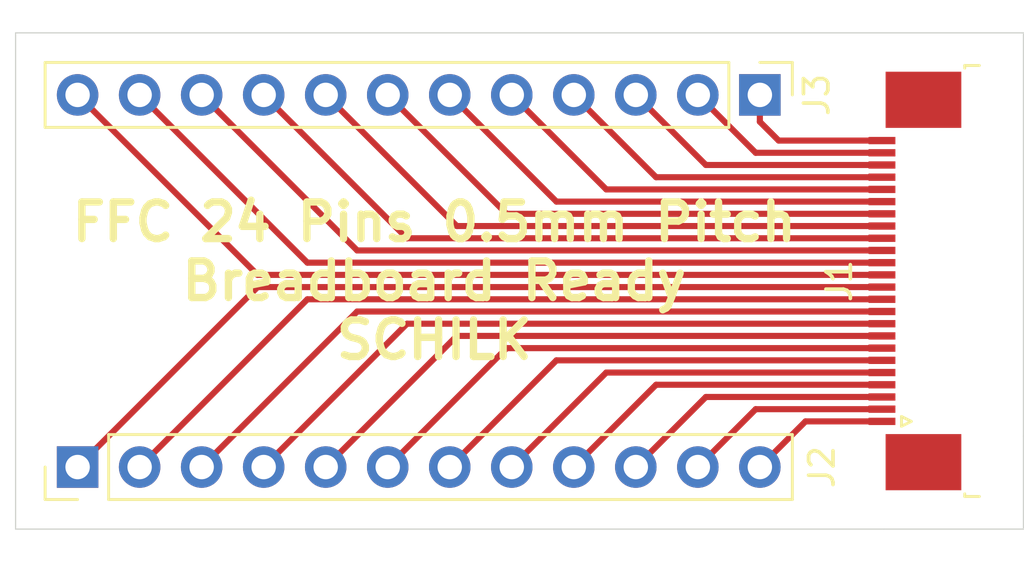
<source format=kicad_pcb>
(kicad_pcb (version 20171130) (host pcbnew "(5.1.5)-3")

  (general
    (thickness 1.6)
    (drawings 8)
    (tracks 49)
    (zones 0)
    (modules 3)
    (nets 25)
  )

  (page A4)
  (title_block
    (date 2020-06-05)
    (company "Philipp Schilk")
    (comment 4 https://github.com/TheSchilk/FFC_24Pin_P0.5mm_Breakout)
  )

  (layers
    (0 F.Cu signal)
    (31 B.Cu signal)
    (32 B.Adhes user)
    (33 F.Adhes user)
    (34 B.Paste user)
    (35 F.Paste user)
    (36 B.SilkS user)
    (37 F.SilkS user)
    (38 B.Mask user)
    (39 F.Mask user)
    (40 Dwgs.User user)
    (41 Cmts.User user)
    (42 Eco1.User user)
    (43 Eco2.User user)
    (44 Edge.Cuts user)
    (45 Margin user)
    (46 B.CrtYd user)
    (47 F.CrtYd user)
    (48 B.Fab user)
    (49 F.Fab user)
  )

  (setup
    (last_trace_width 0.25)
    (trace_clearance 0.2)
    (zone_clearance 0.508)
    (zone_45_only no)
    (trace_min 0.2)
    (via_size 0.8)
    (via_drill 0.4)
    (via_min_size 0.4)
    (via_min_drill 0.3)
    (uvia_size 0.3)
    (uvia_drill 0.1)
    (uvias_allowed no)
    (uvia_min_size 0.2)
    (uvia_min_drill 0.1)
    (edge_width 0.05)
    (segment_width 0.2)
    (pcb_text_width 0.3)
    (pcb_text_size 1.5 1.5)
    (mod_edge_width 0.12)
    (mod_text_size 1 1)
    (mod_text_width 0.15)
    (pad_size 1.524 1.524)
    (pad_drill 0.762)
    (pad_to_mask_clearance 0.051)
    (solder_mask_min_width 0.25)
    (aux_axis_origin 0 0)
    (visible_elements 7FFFFFFF)
    (pcbplotparams
      (layerselection 0x010e8_ffffffff)
      (usegerberextensions false)
      (usegerberattributes false)
      (usegerberadvancedattributes false)
      (creategerberjobfile false)
      (excludeedgelayer true)
      (linewidth 0.100000)
      (plotframeref false)
      (viasonmask false)
      (mode 1)
      (useauxorigin false)
      (hpglpennumber 1)
      (hpglpenspeed 20)
      (hpglpendiameter 15.000000)
      (psnegative false)
      (psa4output false)
      (plotreference true)
      (plotvalue true)
      (plotinvisibletext false)
      (padsonsilk false)
      (subtractmaskfromsilk false)
      (outputformat 1)
      (mirror false)
      (drillshape 0)
      (scaleselection 1)
      (outputdirectory "Gerber/"))
  )

  (net 0 "")
  (net 1 "Net-(J1-Pad24)")
  (net 2 "Net-(J1-Pad23)")
  (net 3 "Net-(J1-Pad22)")
  (net 4 "Net-(J1-Pad21)")
  (net 5 "Net-(J1-Pad20)")
  (net 6 "Net-(J1-Pad19)")
  (net 7 "Net-(J1-Pad18)")
  (net 8 "Net-(J1-Pad17)")
  (net 9 "Net-(J1-Pad16)")
  (net 10 "Net-(J1-Pad15)")
  (net 11 "Net-(J1-Pad14)")
  (net 12 "Net-(J1-Pad13)")
  (net 13 "Net-(J1-Pad12)")
  (net 14 "Net-(J1-Pad11)")
  (net 15 "Net-(J1-Pad10)")
  (net 16 "Net-(J1-Pad9)")
  (net 17 "Net-(J1-Pad8)")
  (net 18 "Net-(J1-Pad7)")
  (net 19 "Net-(J1-Pad6)")
  (net 20 "Net-(J1-Pad5)")
  (net 21 "Net-(J1-Pad4)")
  (net 22 "Net-(J1-Pad3)")
  (net 23 "Net-(J1-Pad2)")
  (net 24 "Net-(J1-Pad1)")

  (net_class Default "This is the default net class."
    (clearance 0.2)
    (trace_width 0.25)
    (via_dia 0.8)
    (via_drill 0.4)
    (uvia_dia 0.3)
    (uvia_drill 0.1)
    (add_net "Net-(J1-Pad1)")
    (add_net "Net-(J1-Pad10)")
    (add_net "Net-(J1-Pad11)")
    (add_net "Net-(J1-Pad12)")
    (add_net "Net-(J1-Pad13)")
    (add_net "Net-(J1-Pad14)")
    (add_net "Net-(J1-Pad15)")
    (add_net "Net-(J1-Pad16)")
    (add_net "Net-(J1-Pad17)")
    (add_net "Net-(J1-Pad18)")
    (add_net "Net-(J1-Pad19)")
    (add_net "Net-(J1-Pad2)")
    (add_net "Net-(J1-Pad20)")
    (add_net "Net-(J1-Pad21)")
    (add_net "Net-(J1-Pad22)")
    (add_net "Net-(J1-Pad23)")
    (add_net "Net-(J1-Pad24)")
    (add_net "Net-(J1-Pad3)")
    (add_net "Net-(J1-Pad4)")
    (add_net "Net-(J1-Pad5)")
    (add_net "Net-(J1-Pad6)")
    (add_net "Net-(J1-Pad7)")
    (add_net "Net-(J1-Pad8)")
    (add_net "Net-(J1-Pad9)")
  )

  (module Connector_PinHeader_2.54mm:PinHeader_1x12_P2.54mm_Vertical (layer F.Cu) (tedit 59FED5CC) (tstamp 5EDAA425)
    (at 119.38 78.74 270)
    (descr "Through hole straight pin header, 1x12, 2.54mm pitch, single row")
    (tags "Through hole pin header THT 1x12 2.54mm single row")
    (path /5EE623DD)
    (fp_text reference J3 (at 0 -2.33 90) (layer F.SilkS)
      (effects (font (size 1 1) (thickness 0.15)))
    )
    (fp_text value Breakout2 (at 0 30.27 90) (layer F.Fab)
      (effects (font (size 1 1) (thickness 0.15)))
    )
    (fp_text user %R (at 0 13.97) (layer F.Fab)
      (effects (font (size 1 1) (thickness 0.15)))
    )
    (fp_line (start 1.8 -1.8) (end -1.8 -1.8) (layer F.CrtYd) (width 0.05))
    (fp_line (start 1.8 29.75) (end 1.8 -1.8) (layer F.CrtYd) (width 0.05))
    (fp_line (start -1.8 29.75) (end 1.8 29.75) (layer F.CrtYd) (width 0.05))
    (fp_line (start -1.8 -1.8) (end -1.8 29.75) (layer F.CrtYd) (width 0.05))
    (fp_line (start -1.33 -1.33) (end 0 -1.33) (layer F.SilkS) (width 0.12))
    (fp_line (start -1.33 0) (end -1.33 -1.33) (layer F.SilkS) (width 0.12))
    (fp_line (start -1.33 1.27) (end 1.33 1.27) (layer F.SilkS) (width 0.12))
    (fp_line (start 1.33 1.27) (end 1.33 29.27) (layer F.SilkS) (width 0.12))
    (fp_line (start -1.33 1.27) (end -1.33 29.27) (layer F.SilkS) (width 0.12))
    (fp_line (start -1.33 29.27) (end 1.33 29.27) (layer F.SilkS) (width 0.12))
    (fp_line (start -1.27 -0.635) (end -0.635 -1.27) (layer F.Fab) (width 0.1))
    (fp_line (start -1.27 29.21) (end -1.27 -0.635) (layer F.Fab) (width 0.1))
    (fp_line (start 1.27 29.21) (end -1.27 29.21) (layer F.Fab) (width 0.1))
    (fp_line (start 1.27 -1.27) (end 1.27 29.21) (layer F.Fab) (width 0.1))
    (fp_line (start -0.635 -1.27) (end 1.27 -1.27) (layer F.Fab) (width 0.1))
    (pad 12 thru_hole oval (at 0 27.94 270) (size 1.7 1.7) (drill 1) (layers *.Cu *.Mask)
      (net 12 "Net-(J1-Pad13)"))
    (pad 11 thru_hole oval (at 0 25.4 270) (size 1.7 1.7) (drill 1) (layers *.Cu *.Mask)
      (net 11 "Net-(J1-Pad14)"))
    (pad 10 thru_hole oval (at 0 22.86 270) (size 1.7 1.7) (drill 1) (layers *.Cu *.Mask)
      (net 10 "Net-(J1-Pad15)"))
    (pad 9 thru_hole oval (at 0 20.32 270) (size 1.7 1.7) (drill 1) (layers *.Cu *.Mask)
      (net 9 "Net-(J1-Pad16)"))
    (pad 8 thru_hole oval (at 0 17.78 270) (size 1.7 1.7) (drill 1) (layers *.Cu *.Mask)
      (net 8 "Net-(J1-Pad17)"))
    (pad 7 thru_hole oval (at 0 15.24 270) (size 1.7 1.7) (drill 1) (layers *.Cu *.Mask)
      (net 7 "Net-(J1-Pad18)"))
    (pad 6 thru_hole oval (at 0 12.7 270) (size 1.7 1.7) (drill 1) (layers *.Cu *.Mask)
      (net 6 "Net-(J1-Pad19)"))
    (pad 5 thru_hole oval (at 0 10.16 270) (size 1.7 1.7) (drill 1) (layers *.Cu *.Mask)
      (net 5 "Net-(J1-Pad20)"))
    (pad 4 thru_hole oval (at 0 7.62 270) (size 1.7 1.7) (drill 1) (layers *.Cu *.Mask)
      (net 4 "Net-(J1-Pad21)"))
    (pad 3 thru_hole oval (at 0 5.08 270) (size 1.7 1.7) (drill 1) (layers *.Cu *.Mask)
      (net 3 "Net-(J1-Pad22)"))
    (pad 2 thru_hole oval (at 0 2.54 270) (size 1.7 1.7) (drill 1) (layers *.Cu *.Mask)
      (net 2 "Net-(J1-Pad23)"))
    (pad 1 thru_hole rect (at 0 0 270) (size 1.7 1.7) (drill 1) (layers *.Cu *.Mask)
      (net 1 "Net-(J1-Pad24)"))
    (model ${KISYS3DMOD}/Connector_PinHeader_2.54mm.3dshapes/PinHeader_1x12_P2.54mm_Vertical.wrl
      (offset (xyz 0 0 -2))
      (scale (xyz 1 1 1))
      (rotate (xyz 0 180 0))
    )
  )

  (module Connector_PinHeader_2.54mm:PinHeader_1x12_P2.54mm_Vertical (layer F.Cu) (tedit 59FED5CC) (tstamp 5EDAA405)
    (at 91.44 93.98 90)
    (descr "Through hole straight pin header, 1x12, 2.54mm pitch, single row")
    (tags "Through hole pin header THT 1x12 2.54mm single row")
    (path /5EE5FEF9)
    (fp_text reference J2 (at 0 30.48 90) (layer F.SilkS)
      (effects (font (size 1 1) (thickness 0.15)))
    )
    (fp_text value Breakout1 (at 0 30.27 90) (layer F.Fab)
      (effects (font (size 1 1) (thickness 0.15)))
    )
    (fp_text user %R (at 0 13.97) (layer F.Fab)
      (effects (font (size 1 1) (thickness 0.15)))
    )
    (fp_line (start 1.8 -1.8) (end -1.8 -1.8) (layer F.CrtYd) (width 0.05))
    (fp_line (start 1.8 29.75) (end 1.8 -1.8) (layer F.CrtYd) (width 0.05))
    (fp_line (start -1.8 29.75) (end 1.8 29.75) (layer F.CrtYd) (width 0.05))
    (fp_line (start -1.8 -1.8) (end -1.8 29.75) (layer F.CrtYd) (width 0.05))
    (fp_line (start -1.33 -1.33) (end 0 -1.33) (layer F.SilkS) (width 0.12))
    (fp_line (start -1.33 0) (end -1.33 -1.33) (layer F.SilkS) (width 0.12))
    (fp_line (start -1.33 1.27) (end 1.33 1.27) (layer F.SilkS) (width 0.12))
    (fp_line (start 1.33 1.27) (end 1.33 29.27) (layer F.SilkS) (width 0.12))
    (fp_line (start -1.33 1.27) (end -1.33 29.27) (layer F.SilkS) (width 0.12))
    (fp_line (start -1.33 29.27) (end 1.33 29.27) (layer F.SilkS) (width 0.12))
    (fp_line (start -1.27 -0.635) (end -0.635 -1.27) (layer F.Fab) (width 0.1))
    (fp_line (start -1.27 29.21) (end -1.27 -0.635) (layer F.Fab) (width 0.1))
    (fp_line (start 1.27 29.21) (end -1.27 29.21) (layer F.Fab) (width 0.1))
    (fp_line (start 1.27 -1.27) (end 1.27 29.21) (layer F.Fab) (width 0.1))
    (fp_line (start -0.635 -1.27) (end 1.27 -1.27) (layer F.Fab) (width 0.1))
    (pad 12 thru_hole oval (at 0 27.94 90) (size 1.7 1.7) (drill 1) (layers *.Cu *.Mask)
      (net 24 "Net-(J1-Pad1)"))
    (pad 11 thru_hole oval (at 0 25.4 90) (size 1.7 1.7) (drill 1) (layers *.Cu *.Mask)
      (net 23 "Net-(J1-Pad2)"))
    (pad 10 thru_hole oval (at 0 22.86 90) (size 1.7 1.7) (drill 1) (layers *.Cu *.Mask)
      (net 22 "Net-(J1-Pad3)"))
    (pad 9 thru_hole oval (at 0 20.32 90) (size 1.7 1.7) (drill 1) (layers *.Cu *.Mask)
      (net 21 "Net-(J1-Pad4)"))
    (pad 8 thru_hole oval (at 0 17.78 90) (size 1.7 1.7) (drill 1) (layers *.Cu *.Mask)
      (net 20 "Net-(J1-Pad5)"))
    (pad 7 thru_hole oval (at 0 15.24 90) (size 1.7 1.7) (drill 1) (layers *.Cu *.Mask)
      (net 19 "Net-(J1-Pad6)"))
    (pad 6 thru_hole oval (at 0 12.7 90) (size 1.7 1.7) (drill 1) (layers *.Cu *.Mask)
      (net 18 "Net-(J1-Pad7)"))
    (pad 5 thru_hole oval (at 0 10.16 90) (size 1.7 1.7) (drill 1) (layers *.Cu *.Mask)
      (net 17 "Net-(J1-Pad8)"))
    (pad 4 thru_hole oval (at 0 7.62 90) (size 1.7 1.7) (drill 1) (layers *.Cu *.Mask)
      (net 16 "Net-(J1-Pad9)"))
    (pad 3 thru_hole oval (at 0 5.08 90) (size 1.7 1.7) (drill 1) (layers *.Cu *.Mask)
      (net 15 "Net-(J1-Pad10)"))
    (pad 2 thru_hole oval (at 0 2.54 90) (size 1.7 1.7) (drill 1) (layers *.Cu *.Mask)
      (net 14 "Net-(J1-Pad11)"))
    (pad 1 thru_hole rect (at 0 0 90) (size 1.7 1.7) (drill 1) (layers *.Cu *.Mask)
      (net 13 "Net-(J1-Pad12)"))
    (model ${KISYS3DMOD}/Connector_PinHeader_2.54mm.3dshapes/PinHeader_1x12_P2.54mm_Vertical.wrl
      (offset (xyz 0 0 -2))
      (scale (xyz 1 1 1))
      (rotate (xyz 0 180 0))
    )
  )

  (module Connector_FFC-FPC:TE_2-1734839-4_1x24-1MP_P0.5mm_Horizontal (layer F.Cu) (tedit 5DB5C65C) (tstamp 5EDAA3E5)
    (at 125.73 86.36 90)
    (descr "TE FPC connector, 24 top-side contacts, 0.5mm pitch, SMT, https://www.te.com/commerce/DocumentDelivery/DDEController?Action=showdoc&DocId=Customer+Drawing%7F1734839%7FC%7Fpdf%7FEnglish%7FENG_CD_1734839_C_C_1734839.pdf%7F4-1734839-0")
    (tags "te fpc 1734839")
    (path /5EE5DA4A)
    (attr smd)
    (fp_text reference J1 (at 0 -3.1 90) (layer F.SilkS)
      (effects (font (size 1 1) (thickness 0.15)))
    )
    (fp_text value FFC_24Pin_P0.5mm (at 0 3.25 90) (layer Dwgs.User)
      (effects (font (size 0.5 0.5) (thickness 0.08)))
    )
    (fp_text user %R (at 0 1.55 90) (layer F.Fab)
      (effects (font (size 1 1) (thickness 0.15)))
    )
    (fp_line (start 9.22 -2.4) (end -9.22 -2.4) (layer F.CrtYd) (width 0.05))
    (fp_line (start 9.22 4.25) (end 9.22 -2.4) (layer F.CrtYd) (width 0.05))
    (fp_line (start -9.22 4.25) (end 9.22 4.25) (layer F.CrtYd) (width 0.05))
    (fp_line (start -9.22 -2.4) (end -9.22 4.25) (layer F.CrtYd) (width 0.05))
    (fp_line (start 8.605 2.75) (end -8.605 2.75) (layer Dwgs.User) (width 0.1))
    (fp_line (start -5.55 -0.55) (end -5.95 -0.55) (layer F.SilkS) (width 0.12))
    (fp_line (start -5.75 -0.15) (end -5.55 -0.55) (layer F.SilkS) (width 0.12))
    (fp_line (start -5.95 -0.55) (end -5.75 -0.15) (layer F.SilkS) (width 0.12))
    (fp_line (start 8.825 2.04) (end 8.825 2.64) (layer F.SilkS) (width 0.12))
    (fp_line (start 8.715 2.04) (end 8.825 2.04) (layer F.SilkS) (width 0.12))
    (fp_line (start -8.825 2.04) (end -8.825 2.64) (layer F.SilkS) (width 0.12))
    (fp_line (start -8.715 2.04) (end -8.825 2.04) (layer F.SilkS) (width 0.12))
    (fp_line (start -5.75 0.15) (end -5.35 -0.65) (layer F.Fab) (width 0.1))
    (fp_line (start -6.15 -0.65) (end -5.75 0.15) (layer F.Fab) (width 0.1))
    (fp_line (start -8.06 2.15) (end -8.06 -0.65) (layer F.Fab) (width 0.1))
    (fp_line (start -8.715 2.15) (end -8.06 2.15) (layer F.Fab) (width 0.1))
    (fp_line (start -8.715 3.75) (end -8.715 2.15) (layer F.Fab) (width 0.1))
    (fp_line (start 8.715 3.75) (end -8.715 3.75) (layer F.Fab) (width 0.1))
    (fp_line (start 8.715 2.15) (end 8.715 3.75) (layer F.Fab) (width 0.1))
    (fp_line (start 8.06 2.15) (end 8.715 2.15) (layer F.Fab) (width 0.1))
    (fp_line (start 8.06 -0.65) (end 8.06 2.15) (layer F.Fab) (width 0.1))
    (fp_line (start -8.06 -0.65) (end 8.06 -0.65) (layer F.Fab) (width 0.1))
    (pad MP smd rect (at 7.42 0.35 90) (size 2.3 3.1) (layers F.Cu F.Paste F.Mask))
    (pad MP smd rect (at -7.42 0.35 90) (size 2.3 3.1) (layers F.Cu F.Paste F.Mask))
    (pad 24 smd rect (at 5.75 -1.35 90) (size 0.3 1.1) (layers F.Cu F.Paste F.Mask)
      (net 1 "Net-(J1-Pad24)"))
    (pad 23 smd rect (at 5.25 -1.35 90) (size 0.3 1.1) (layers F.Cu F.Paste F.Mask)
      (net 2 "Net-(J1-Pad23)"))
    (pad 22 smd rect (at 4.75 -1.35 90) (size 0.3 1.1) (layers F.Cu F.Paste F.Mask)
      (net 3 "Net-(J1-Pad22)"))
    (pad 21 smd rect (at 4.25 -1.35 90) (size 0.3 1.1) (layers F.Cu F.Paste F.Mask)
      (net 4 "Net-(J1-Pad21)"))
    (pad 20 smd rect (at 3.75 -1.35 90) (size 0.3 1.1) (layers F.Cu F.Paste F.Mask)
      (net 5 "Net-(J1-Pad20)"))
    (pad 19 smd rect (at 3.25 -1.35 90) (size 0.3 1.1) (layers F.Cu F.Paste F.Mask)
      (net 6 "Net-(J1-Pad19)"))
    (pad 18 smd rect (at 2.75 -1.35 90) (size 0.3 1.1) (layers F.Cu F.Paste F.Mask)
      (net 7 "Net-(J1-Pad18)"))
    (pad 17 smd rect (at 2.25 -1.35 90) (size 0.3 1.1) (layers F.Cu F.Paste F.Mask)
      (net 8 "Net-(J1-Pad17)"))
    (pad 16 smd rect (at 1.75 -1.35 90) (size 0.3 1.1) (layers F.Cu F.Paste F.Mask)
      (net 9 "Net-(J1-Pad16)"))
    (pad 15 smd rect (at 1.25 -1.35 90) (size 0.3 1.1) (layers F.Cu F.Paste F.Mask)
      (net 10 "Net-(J1-Pad15)"))
    (pad 14 smd rect (at 0.75 -1.35 90) (size 0.3 1.1) (layers F.Cu F.Paste F.Mask)
      (net 11 "Net-(J1-Pad14)"))
    (pad 13 smd rect (at 0.25 -1.35 90) (size 0.3 1.1) (layers F.Cu F.Paste F.Mask)
      (net 12 "Net-(J1-Pad13)"))
    (pad 12 smd rect (at -0.25 -1.35 90) (size 0.3 1.1) (layers F.Cu F.Paste F.Mask)
      (net 13 "Net-(J1-Pad12)"))
    (pad 11 smd rect (at -0.75 -1.35 90) (size 0.3 1.1) (layers F.Cu F.Paste F.Mask)
      (net 14 "Net-(J1-Pad11)"))
    (pad 10 smd rect (at -1.25 -1.35 90) (size 0.3 1.1) (layers F.Cu F.Paste F.Mask)
      (net 15 "Net-(J1-Pad10)"))
    (pad 9 smd rect (at -1.75 -1.35 90) (size 0.3 1.1) (layers F.Cu F.Paste F.Mask)
      (net 16 "Net-(J1-Pad9)"))
    (pad 8 smd rect (at -2.25 -1.35 90) (size 0.3 1.1) (layers F.Cu F.Paste F.Mask)
      (net 17 "Net-(J1-Pad8)"))
    (pad 7 smd rect (at -2.75 -1.35 90) (size 0.3 1.1) (layers F.Cu F.Paste F.Mask)
      (net 18 "Net-(J1-Pad7)"))
    (pad 6 smd rect (at -3.25 -1.35 90) (size 0.3 1.1) (layers F.Cu F.Paste F.Mask)
      (net 19 "Net-(J1-Pad6)"))
    (pad 5 smd rect (at -3.75 -1.35 90) (size 0.3 1.1) (layers F.Cu F.Paste F.Mask)
      (net 20 "Net-(J1-Pad5)"))
    (pad 4 smd rect (at -4.25 -1.35 90) (size 0.3 1.1) (layers F.Cu F.Paste F.Mask)
      (net 21 "Net-(J1-Pad4)"))
    (pad 3 smd rect (at -4.75 -1.35 90) (size 0.3 1.1) (layers F.Cu F.Paste F.Mask)
      (net 22 "Net-(J1-Pad3)"))
    (pad 2 smd rect (at -5.25 -1.35 90) (size 0.3 1.1) (layers F.Cu F.Paste F.Mask)
      (net 23 "Net-(J1-Pad2)"))
    (pad 1 smd rect (at -5.75 -1.35 90) (size 0.3 1.1) (layers F.Cu F.Paste F.Mask)
      (net 24 "Net-(J1-Pad1)"))
    (model ${KISYS3DMOD}/Connector_FFC-FPC.3dshapes/TE_2-1734839-4_1x24-1MP_P0.5mm_Horizontal.wrl
      (at (xyz 0 0 0))
      (scale (xyz 1 1 1))
      (rotate (xyz 0 0 0))
    )
  )

  (gr_text "FFC 24 Pins 0.5mm Pitch\nBreadboard Ready\nSCHILK" (at 106.045 86.36) (layer F.SilkS)
    (effects (font (size 1.5 1.5) (thickness 0.3)))
  )
  (gr_line (start 130.175 76.2) (end 88.9 76.2) (layer Edge.Cuts) (width 0.05) (tstamp 5EDAA928))
  (gr_line (start 130.175 92.71) (end 130.175 76.2) (layer Edge.Cuts) (width 0.05))
  (gr_line (start 130.175 96.52) (end 130.175 92.71) (layer Edge.Cuts) (width 0.05))
  (gr_line (start 124.46 96.52) (end 130.175 96.52) (layer Edge.Cuts) (width 0.05))
  (gr_line (start 93.98 96.52) (end 124.46 96.52) (layer Edge.Cuts) (width 0.05))
  (gr_line (start 88.9 96.52) (end 93.98 96.52) (layer Edge.Cuts) (width 0.05))
  (gr_line (start 88.9 76.2) (end 88.9 96.52) (layer Edge.Cuts) (width 0.05))

  (segment (start 119.38 79.84) (end 119.38 78.74) (width 0.25) (layer F.Cu) (net 1))
  (segment (start 120.15 80.61) (end 119.38 79.84) (width 0.25) (layer F.Cu) (net 1))
  (segment (start 124.38 80.61) (end 120.15 80.61) (width 0.25) (layer F.Cu) (net 1))
  (segment (start 119.21 81.11) (end 116.84 78.74) (width 0.25) (layer F.Cu) (net 2))
  (segment (start 124.38 81.11) (end 119.21 81.11) (width 0.25) (layer F.Cu) (net 2))
  (segment (start 117.17 81.61) (end 114.3 78.74) (width 0.25) (layer F.Cu) (net 3))
  (segment (start 124.38 81.61) (end 117.17 81.61) (width 0.25) (layer F.Cu) (net 3))
  (segment (start 115.13 82.11) (end 111.76 78.74) (width 0.25) (layer F.Cu) (net 4))
  (segment (start 124.38 82.11) (end 115.13 82.11) (width 0.25) (layer F.Cu) (net 4))
  (segment (start 113.09 82.61) (end 109.22 78.74) (width 0.25) (layer F.Cu) (net 5))
  (segment (start 124.38 82.61) (end 113.09 82.61) (width 0.25) (layer F.Cu) (net 5))
  (segment (start 111.05 83.11) (end 106.68 78.74) (width 0.25) (layer F.Cu) (net 6))
  (segment (start 124.38 83.11) (end 111.05 83.11) (width 0.25) (layer F.Cu) (net 6))
  (segment (start 109.01 83.61) (end 104.14 78.74) (width 0.25) (layer F.Cu) (net 7))
  (segment (start 124.38 83.61) (end 109.01 83.61) (width 0.25) (layer F.Cu) (net 7))
  (segment (start 106.97 84.11) (end 101.6 78.74) (width 0.25) (layer F.Cu) (net 8))
  (segment (start 124.38 84.11) (end 106.97 84.11) (width 0.25) (layer F.Cu) (net 8))
  (segment (start 104.93 84.61) (end 99.06 78.74) (width 0.25) (layer F.Cu) (net 9))
  (segment (start 124.38 84.61) (end 104.93 84.61) (width 0.25) (layer F.Cu) (net 9))
  (segment (start 102.89 85.11) (end 96.52 78.74) (width 0.25) (layer F.Cu) (net 10))
  (segment (start 124.38 85.11) (end 102.89 85.11) (width 0.25) (layer F.Cu) (net 10))
  (segment (start 100.85 85.61) (end 93.98 78.74) (width 0.25) (layer F.Cu) (net 11))
  (segment (start 124.38 85.61) (end 100.85 85.61) (width 0.25) (layer F.Cu) (net 11))
  (segment (start 98.81 86.11) (end 91.44 78.74) (width 0.25) (layer F.Cu) (net 12))
  (segment (start 124.38 86.11) (end 98.81 86.11) (width 0.25) (layer F.Cu) (net 12))
  (segment (start 124.38 86.61) (end 98.81 86.61) (width 0.25) (layer F.Cu) (net 13))
  (segment (start 98.81 86.61) (end 91.44 93.98) (width 0.25) (layer F.Cu) (net 13))
  (segment (start 100.85 87.11) (end 93.98 93.98) (width 0.25) (layer F.Cu) (net 14))
  (segment (start 124.38 87.11) (end 100.85 87.11) (width 0.25) (layer F.Cu) (net 14))
  (segment (start 102.89 87.61) (end 96.52 93.98) (width 0.25) (layer F.Cu) (net 15))
  (segment (start 124.38 87.61) (end 102.89 87.61) (width 0.25) (layer F.Cu) (net 15))
  (segment (start 104.93 88.11) (end 99.06 93.98) (width 0.25) (layer F.Cu) (net 16))
  (segment (start 124.38 88.11) (end 104.93 88.11) (width 0.25) (layer F.Cu) (net 16))
  (segment (start 106.97 88.61) (end 101.6 93.98) (width 0.25) (layer F.Cu) (net 17))
  (segment (start 124.38 88.61) (end 106.97 88.61) (width 0.25) (layer F.Cu) (net 17))
  (segment (start 109.01 89.11) (end 104.14 93.98) (width 0.25) (layer F.Cu) (net 18))
  (segment (start 124.38 89.11) (end 109.01 89.11) (width 0.25) (layer F.Cu) (net 18))
  (segment (start 111.05 89.61) (end 106.68 93.98) (width 0.25) (layer F.Cu) (net 19))
  (segment (start 124.38 89.61) (end 111.05 89.61) (width 0.25) (layer F.Cu) (net 19))
  (segment (start 113.09 90.11) (end 109.22 93.98) (width 0.25) (layer F.Cu) (net 20))
  (segment (start 124.38 90.11) (end 113.09 90.11) (width 0.25) (layer F.Cu) (net 20))
  (segment (start 115.13 90.61) (end 111.76 93.98) (width 0.25) (layer F.Cu) (net 21))
  (segment (start 124.38 90.61) (end 115.13 90.61) (width 0.25) (layer F.Cu) (net 21))
  (segment (start 117.17 91.11) (end 114.3 93.98) (width 0.25) (layer F.Cu) (net 22))
  (segment (start 124.38 91.11) (end 117.17 91.11) (width 0.25) (layer F.Cu) (net 22))
  (segment (start 119.21 91.61) (end 116.84 93.98) (width 0.25) (layer F.Cu) (net 23))
  (segment (start 124.38 91.61) (end 119.21 91.61) (width 0.25) (layer F.Cu) (net 23))
  (segment (start 121.25 92.11) (end 119.38 93.98) (width 0.25) (layer F.Cu) (net 24))
  (segment (start 124.38 92.11) (end 121.25 92.11) (width 0.25) (layer F.Cu) (net 24))

)

</source>
